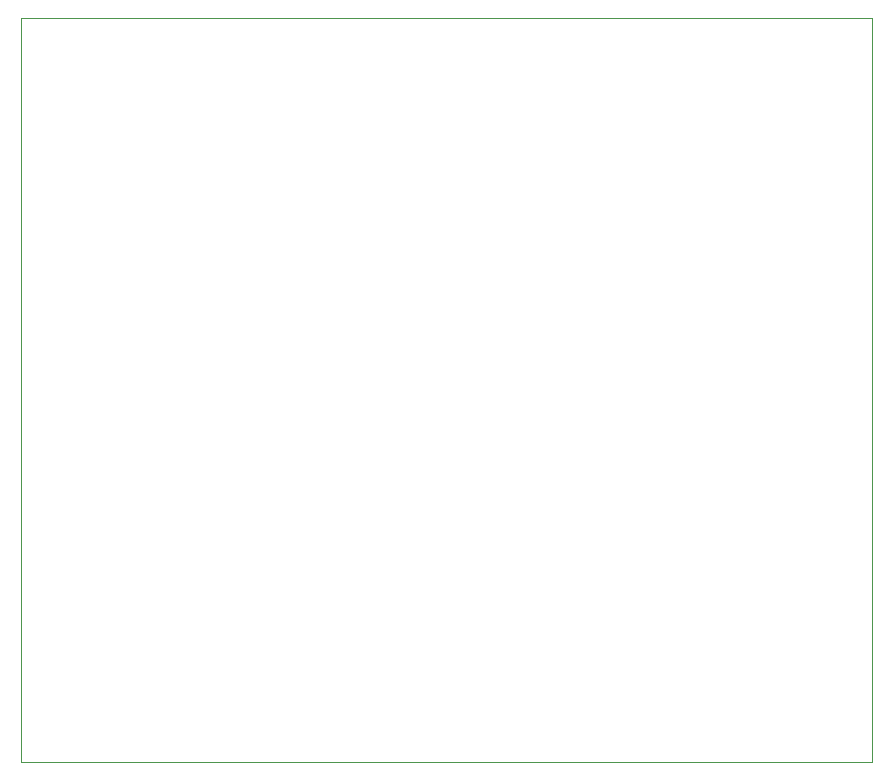
<source format=gbr>
%TF.GenerationSoftware,Altium Limited,Altium Designer,25.3.3 (18)*%
G04 Layer_Color=0*
%FSLAX45Y45*%
%MOMM*%
%TF.SameCoordinates,566CE66E-0970-42B3-A130-ADE81A1B3EF9*%
%TF.FilePolarity,Positive*%
%TF.FileFunction,Profile,NP*%
%TF.Part,Single*%
G01*
G75*
%TA.AperFunction,Profile*%
%ADD86C,0.02540*%
D86*
X0Y0D02*
Y6300000D01*
X7200000D01*
Y0D01*
X0D01*
%TF.MD5,4394bc418d52d1048e4a5f2e8e3c9b77*%
M02*

</source>
